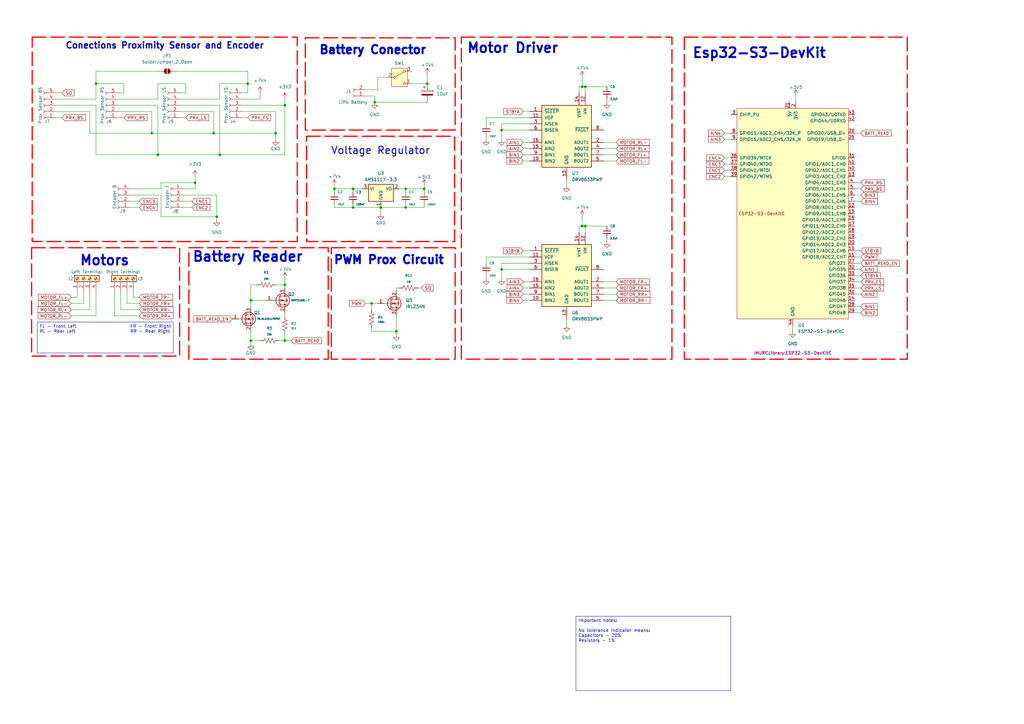
<source format=kicad_sch>
(kicad_sch (version 20250114) (generator "eeschema") (generator_version "9.0")
  (paper "A3")
  (title_block (title "IMU-RC Car") (date "2024-10-18") (rev "1.0") (company "ESTG-IPL"))
  (lib_symbols
    (symbol "Connector:Conn_01x02_Socket" (pin_names (offset 1.016) (hide yes))
      (property "Reference" "J" (at 0 2.54 0))
      (property "Value" "Conn_01x02_Socket" (at 0 -5.08 0))
      (symbol "Conn_01x02_Socket_1_1"
        (pin passive line (at -5.08 0 0) (length 3.81) (name "Pin_1") (number "1"))
        (pin passive line (at -5.08 -2.54 0) (length 3.81) (name "Pin_2") (number "2"))
      )
    )
    (symbol "Connector:Conn_01x04_Socket" (pin_names (offset 1.016) (hide yes))
      (property "Reference" "J" (at 0 5.08 0))
      (property "Value" "Conn_01x04_Socket" (at 0 -7.62 0))
      (symbol "Conn_01x04_Socket_1_1"
        (pin passive line (at -5.08 2.54 0) (length 3.81) (name "Pin_1") (number "1"))
        (pin passive line (at -5.08 0 0) (length 3.81) (name "Pin_2") (number "2"))
        (pin passive line (at -5.08 -2.54 0) (length 3.81) (name "Pin_3") (number "3"))
        (pin passive line (at -5.08 -5.08 0) (length 3.81) (name "Pin_4") (number "4"))
      )
    )
    (symbol "Connector:Conn_01x05_Socket" (pin_names (offset 1.016) (hide yes))
      (property "Reference" "J" (at 0 7.62 0))
      (property "Value" "Conn_01x05_Socket" (at 0 -7.62 0))
      (symbol "Conn_01x05_Socket_1_1"
        (pin passive line (at -5.08 5.08 0) (length 3.81) (name "Pin_1") (number "1"))
        (pin passive line (at -5.08 2.54 0) (length 3.81) (name "Pin_2") (number "2"))
        (pin passive line (at -5.08 0 0) (length 3.81) (name "Pin_3") (number "3"))
        (pin passive line (at -5.08 -2.54 0) (length 3.81) (name "Pin_4") (number "4"))
        (pin passive line (at -5.08 -5.08 0) (length 3.81) (name "Pin_5") (number "5"))
      )
    )
    (symbol "Connector:Screw_Terminal_01x04" (pin_names (offset 1.016) (hide yes))
      (property "Reference" "J" (at 0 5.08 0))
      (property "Value" "Screw_Terminal_01x04" (at 0 -7.62 0))
      (symbol "Screw_Terminal_01x04_1_1"
        (pin passive line (at -5.08 2.54 0) (length 3.81) (name "Pin_1") (number "1"))
        (pin passive line (at -5.08 0 0) (length 3.81) (name "Pin_2") (number "2"))
        (pin passive line (at -5.08 -2.54 0) (length 3.81) (name "Pin_3") (number "3"))
        (pin passive line (at -5.08 -5.08 0) (length 3.81) (name "Pin_4") (number "4"))
      )
    )
    (symbol "Device:C_Polarized" (pin_numbers (hide yes)) (pin_names (offset 0.254))
      (property "Reference" "C" (at 0.635 2.54 0))
      (property "Value" "C_Polarized" (at 0.635 -2.54 0))
      (symbol "C_Polarized_1_1"
        (pin passive line (at 0 3.81 270) (length 2.794) (name "~") (number "1"))
        (pin passive line (at 0 -3.81 90) (length 2.794) (name "~") (number "2"))
      )
    )
    (symbol "Device:C_Small" (pin_numbers (hide yes)) (pin_names (offset 0.254) (hide yes))
      (property "Reference" "C" (at 0.254 1.778 0))
      (property "Value" "C_Small" (at 0.254 -2.032 0))
      (symbol "C_Small_1_1"
        (pin passive line (at 0 2.54 270) (length 2.032) (name "~") (number "1"))
        (pin passive line (at 0 -2.54 90) (length 2.032) (name "~") (number "2"))
      )
    )
    (symbol "Device:R_US" (pin_numbers (hide yes)) (pin_names (offset 0))
      (property "Reference" "R" (at 2.54 0 90))
      (property "Value" "R_US" (at -2.54 0 90))
      (symbol "R_US_1_1"
        (pin passive line (at 0 3.81 270) (length 1.27) (name "~") (number "1"))
        (pin passive line (at 0 -3.81 90) (length 1.27) (name "~") (number "2"))
      )
    )
    (symbol "Driver_Motor:DRV8833PWP" (pin_names (offset 1.016))
      (property "Reference" "U" (at -3.81 16.51 0))
      (property "Value" "DRV8833PWP" (at -3.81 13.97 0))
      (symbol "DRV8833PWP_1_1"
        (pin input line (at -15.24 10.16 0) (length 5.08) (name "~{SLEEP}") (number "1"))
        (pin bidirectional line (at -15.24 7.62 0) (length 5.08) (name "VCP") (number "11"))
        (pin bidirectional line (at -15.24 5.08 0) (length 5.08) (name "AISEN") (number "3"))
        (pin bidirectional line (at -15.24 2.54 0) (length 5.08) (name "BISEN") (number "6"))
        (pin input line (at -15.24 -2.54 0) (length 5.08) (name "AIN1") (number "16"))
        (pin input line (at -15.24 -5.08 0) (length 5.08) (name "AIN2") (number "15"))
        (pin input line (at -15.24 -7.62 0) (length 5.08) (name "BIN1") (number "9"))
        (pin input line (at -15.24 -10.16 0) (length 5.08) (name "BIN2") (number "10"))
        (pin power_in line (at 0 -17.78 90) (length 5.08) (name "GND") (number "13"))
        (pin passive line (at 0 -17.78 90) (length 5.08) (hide yes) (name "GND") (number "17"))
        (pin power_in line (at 5.08 17.78 270) (length 5.08) (name "VINT") (number "14"))
        (pin power_in line (at 7.62 17.78 270) (length 5.08) (name "VM") (number "12"))
        (pin open_collector line (at 15.24 2.54 180) (length 5.08) (name "~{FAULT}") (number "8"))
        (pin power_out line (at 15.24 -2.54 180) (length 5.08) (name "AOUT1") (number "2"))
        (pin power_out line (at 15.24 -5.08 180) (length 5.08) (name "AOUT2") (number "4"))
        (pin power_out line (at 15.24 -7.62 180) (length 5.08) (name "BOUT1") (number "7"))
        (pin power_out line (at 15.24 -10.16 180) (length 5.08) (name "BOUT2") (number "5"))
      )
    )
    (symbol "Jumper:SolderJumper_2_Open" (pin_numbers (hide yes)) (pin_names (offset 0) (hide yes)) (in_bom no)
      (property "Reference" "JP" (at 0 2.032 0))
      (property "Value" "SolderJumper_2_Open" (at 0 -2.54 0))
      (symbol "SolderJumper_2_Open_1_1"
        (pin passive line (at -3.81 0 0) (length 2.54) (name "A") (number "1"))
        (pin passive line (at 3.81 0 180) (length 2.54) (name "B") (number "2"))
      )
    )
    (symbol "PCM_Espressif:ESP32-S3-DevKitC" (pin_names (offset 1.016))
      (property "Reference" "U" (at -22.86 48.26 0))
      (property "Value" "ESP32-S3-DevKitC" (at -22.86 45.72 0))
      (symbol "ESP32-S3-DevKitC_0_0"
        (text "ESP32-S3-DevKitC" (at -12.7 0 0) (effects (font (size 1.27 1.27))))
        (pin bidirectional line (at -25.4 15.24 0) (length 2.54) (name "GPIO42/MTMS") (number "39"))
        (pin power_in line (at 0 -45.72 90) (length 2.54) (name "GND") (number "44"))
        (pin bidirectional line (at 25.4 40.64 180) (length 2.54) (name "GPIO43/U0TXD") (number "43"))
        (pin bidirectional line (at 25.4 38.1 180) (length 2.54) (name "GPIO44/U0RXD") (number "42"))
        (pin bidirectional line (at 25.4 20.32 180) (length 2.54) (name "GPIO1/ADC1_CH0") (number "41"))
        (pin bidirectional line (at 25.4 17.78 180) (length 2.54) (name "GPIO2/ADC1_CH1") (number "40"))
        (pin bidirectional line (at 25.4 -10.16 180) (length 2.54) (name "GPIO13/ADC2_CH2") (number "19"))
        (pin bidirectional line (at 25.4 -35.56 180) (length 2.54) (name "GPIO46") (number "14"))
      )
      (symbol "ESP32-S3-DevKitC_0_1"
        (pin power_in line (at 1.27 45.72 270) (length 2.54) (name "3V3") (number "2"))
      )
      (symbol "ESP32-S3-DevKitC_1_1"
        (pin input line (at -25.4 40.64 0) (length 2.54) (name "CHIP_PU") (number "3"))
        (pin bidirectional line (at -25.4 33.02 0) (length 2.54) (name "GPIO15/ADC2_CH4/32K_P") (number "8"))
        (pin bidirectional line (at -25.4 30.48 0) (length 2.54) (name "GPIO16/ADC2_CH5/32K_N") (number "9"))
        (pin bidirectional line (at -25.4 22.86 0) (length 2.54) (name "GPIO39/MTCK") (number "36"))
        (pin bidirectional line (at -25.4 20.32 0) (length 2.54) (name "GPIO40/MTDO") (number "37"))
        (pin bidirectional line (at -25.4 17.78 0) (length 2.54) (name "GPIO41/MTDI") (number "38"))
        (pin power_in line (at -1.27 45.72 270) (length 2.54) (name "5V") (number "21"))
        (pin passive line (at 0 -45.72 90) (length 2.54) (hide yes) (name "GND") (number "22"))
        (pin passive line (at 0 -45.72 90) (length 2.54) (hide yes) (name "GND") (number "23"))
        (pin passive line (at 0 -45.72 90) (length 2.54) (hide yes) (name "GND") (number "24"))
        (pin passive line (at 1.27 45.72 270) (length 2.54) (hide yes) (name "3V3") (number "1"))
        (pin bidirectional line (at 25.4 33.02 180) (length 2.54) (name "GPIO20/USB_D+") (number "26"))
        (pin bidirectional line (at 25.4 30.48 180) (length 2.54) (name "GPIO19/USB_D-") (number "25"))
        (pin bidirectional line (at 25.4 22.86 180) (length 2.54) (name "GPIO0") (number "31"))
        (pin bidirectional line (at 25.4 15.24 180) (length 2.54) (name "GPIO3/ADC1_CH2") (number "13"))
        (pin bidirectional line (at 25.4 12.7 180) (length 2.54) (name "GPIO4/ADC1_CH3") (number "4"))
        (pin bidirectional line (at 25.4 10.16 180) (length 2.54) (name "GPIO5/ADC1_CH4") (number "5"))
        (pin bidirectional line (at 25.4 7.62 180) (length 2.54) (name "GPIO6/ADC1_CH5") (number "6"))
        (pin bidirectional line (at 25.4 5.08 180) (length 2.54) (name "GPIO7/ADC1_CH6") (number "7"))
        (pin bidirectional line (at 25.4 2.54 180) (length 2.54) (name "GPIO8/ADC1_CH7") (number "12"))
        (pin bidirectional line (at 25.4 0 180) (length 2.54) (name "GPIO9/ADC1_CH8") (number "15"))
        (pin bidirectional line (at 25.4 -2.54 180) (length 2.54) (name "GPIO10/ADC1_CH9") (number "16"))
        (pin bidirectional line (at 25.4 -5.08 180) (length 2.54) (name "GPIO11/ADC2_CH0") (number "17"))
        (pin bidirectional line (at 25.4 -7.62 180) (length 2.54) (name "GPIO12/ADC2_CH1") (number "18"))
        (pin bidirectional line (at 25.4 -12.7 180) (length 2.54) (name "GPIO14/ADC2_CH3") (number "20"))
        (pin bidirectional line (at 25.4 -15.24 180) (length 2.54) (name "GPIO17/ADC2_CH6") (number "10"))
        (pin bidirectional line (at 25.4 -17.78 180) (length 2.54) (name "GPIO18/ADC2_CH7") (number "11"))
        (pin bidirectional line (at 25.4 -20.32 180) (length 2.54) (name "GPIO21") (number "27"))
        (pin bidirectional line (at 25.4 -22.86 180) (length 2.54) (name "GPIO35") (number "32"))
        (pin bidirectional line (at 25.4 -25.4 180) (length 2.54) (name "GPIO36") (number "33"))
        (pin bidirectional line (at 25.4 -27.94 180) (length 2.54) (name "GPIO37") (number "34"))
        (pin bidirectional line (at 25.4 -30.48 180) (length 2.54) (name "GPIO38") (number "35"))
        (pin bidirectional line (at 25.4 -33.02 180) (length 2.54) (name "GPIO45") (number "30"))
        (pin bidirectional line (at 25.4 -38.1 180) (length 2.54) (name "GPIO47") (number "28"))
        (pin bidirectional line (at 25.4 -40.64 180) (length 2.54) (name "GPIO48") (number "29"))
      )
    )
    (symbol "Regulator_Linear:AMS1117-3.3"
      (property "Reference" "U" (at -3.81 3.175 0))
      (property "Value" "AMS1117-3.3" (at 0 3.175 0))
      (symbol "AMS1117-3.3_1_1"
        (pin power_in line (at -7.62 0 0) (length 2.54) (name "VI") (number "3"))
        (pin power_in line (at 0 -7.62 90) (length 2.54) (name "GND") (number "1"))
        (pin power_out line (at 7.62 0 180) (length 2.54) (name "VO") (number "2"))
      )
    )
    (symbol "Switch:SW_Nidec_CAS-120A1" (pin_names (offset 1) (hide yes))
      (property "Reference" "SW" (at 0 4.318 0))
      (property "Value" "SW_Nidec_CAS-120A1" (at 0 -5.08 0))
      (symbol "SW_Nidec_CAS-120A1_1_1"
        (pin passive line (at -5.08 0 0) (length 2.54) (name "B") (number "2"))
        (pin passive line (at 5.08 2.54 180) (length 2.54) (name "A") (number "3"))
        (pin passive line (at 5.08 -2.54 180) (length 2.54) (name "C") (number "1"))
      )
    )
    (symbol "Transistor_FET:AO3400A" (pin_names (hide yes))
      (property "Reference" "Q" (at 5.08 1.905 0))
      (property "Value" "AO3400A" (at 5.08 0 0))
      (symbol "AO3400A_1_1"
        (pin input line (at -5.08 0 0) (length 2.54) (name "G") (number "1"))
        (pin passive line (at 2.54 5.08 270) (length 2.54) (name "D") (number "3"))
        (pin passive line (at 2.54 -5.08 90) (length 2.54) (name "S") (number "2"))
      )
    )
    (symbol "Transistor_FET:AO3401A" (pin_names (hide yes))
      (property "Reference" "Q" (at 5.08 1.905 0))
      (property "Value" "AO3401A" (at 5.08 0 0))
      (symbol "AO3401A_1_1"
        (pin input line (at -5.08 0 0) (length 2.54) (name "G") (number "1"))
        (pin passive line (at 2.54 5.08 270) (length 2.54) (name "D") (number "3"))
        (pin passive line (at 2.54 -5.08 90) (length 2.54) (name "S") (number "2"))
      )
    )
    (symbol "Transistor_FET:IRLZ34N" (pin_names (hide yes))
      (property "Reference" "Q" (at 5.08 1.905 0))
      (property "Value" "IRLZ34N" (at 5.08 0 0))
      (symbol "IRLZ34N_1_1"
        (pin input line (at -5.08 0 0) (length 2.54) (name "G") (number "1"))
        (pin passive line (at 2.54 5.08 270) (length 2.54) (name "D") (number "2"))
        (pin passive line (at 2.54 -5.08 90) (length 2.54) (name "S") (number "3"))
      )
    )
    (symbol "power:+3V3" (power) (pin_numbers (hide yes)) (pin_names (offset 0) (hide yes))
      (property "Value" "+3V3" (at 0 3.556 0))
      (symbol "+3V3_1_1"
        (pin power_in line (at 0 0 90) (length 0) (name "~") (number "1"))
      )
    )
    (symbol "power:+BATT" (power) (pin_numbers (hide yes)) (pin_names (offset 0) (hide yes))
      (property "Value" "+BATT" (at 0 3.556 0))
      (symbol "+BATT_1_1"
        (pin power_in line (at 0 0 90) (length 0) (name "~") (number "1"))
      )
    )
    (symbol "power:GND" (power) (pin_numbers (hide yes)) (pin_names (offset 0) (hide yes))
      (property "Value" "GND" (at 0 -3.81 0))
      (symbol "GND_1_1"
        (pin power_in line (at 0 0 270) (length 0) (name "~") (number "1"))
      )
    )
  )
  (rectangle (start 77.47 101.6) (end 134.62 147.32) (stroke (width 0.508) (type dash) (color 255 0 0 1)))
  (rectangle (start 135.89 101.6) (end 186.69 147.32) (stroke (width 0.508) (type dash) (color 255 0 0 1)))
  (rectangle (start 125.222 15.494) (end 186.69 53.34) (stroke (width 0.508) (type dash) (color 255 0 0 1)))
  (rectangle (start 125.73 55.88) (end 186.436 99.06) (stroke (width 0.508) (type dash) (color 255 0 0 1)))
  (rectangle (start 12.954 101.6) (end 73.66 146.05) (stroke (width 0.508) (type dash) (color 255 0 0 1)))
  (rectangle (start 13.208 15.24) (end 121.92 99.06) (stroke (width 0.508) (type dash) (color 255 0 0 1)))
  (rectangle (start 189.23 15.24) (end 275.59 147.32) (stroke (width 0.508) (type dash) (color 255 0 0 1)))
  (rectangle (start 280.67 15.24) (end 372.11 147.32) (stroke (width 0.508) (type dash) (color 255 0 0 1)))
  (text "Voltage Regulator \n\n" (at 157.226 64.262 0) (effects (font (size 3 3) (thickness 0.375))))
  (text "Battery Conector" (at 152.908 20.574 0) (effects (font (size 3.429 3.429) (thickness 0.8) (bold yes))))
  (text "PWM Prox Circuit\n" (at 159.512 106.68 0) (effects (font (size 3.429 3.429) (thickness 0.8) (bold yes))))
  (text "Motor Driver\n" (at 210.312 19.812 0) (effects (font (size 4 4) (thickness 0.8) (bold yes))))
  (text "Conections Proximity Sensor and Encoder\n" (at 67.564 18.796 0) (effects (font (size 2.54 2.54) (thickness 0.508) (bold yes))))
  (text "Esp32-S3-DevKit" (at 311.404 21.844 0) (effects (font (size 4 4) (thickness 0.8) (bold yes))))
  (text "Motors" (at 42.926 106.934 0) (effects (font (size 4 4) (thickness 0.8) (bold yes))))
  (text "Battery Reader\n" (at 101.6 105.41 0) (effects (font (size 4 4) (thickness 0.8) (bold yes))))
  (text_box "Important notes:\n\nNo tolerance indicator means:\nCapacitors - 20%\nResistors - 1%" (at 236.22 252.73 0) (size 63.5 30.48) (margins 0.9525 0.9525 0.9525 0.9525) (effects (font (size 1.27 1.27) (thickness 0.1588)) (justify left top)))
  (text_box "FL - Front Left				  FR - Front Right\nRL - Rear Left				  RR - Rear Right" (at 15.24 132.08 0) (size 55.88 12.7) (margins 0.9525 0.9525 0.9525 0.9525) (effects (font (size 1.27 1.27) (thickness 0.1588)) (justify left top)))
  (junction (at 205.74 53.34))
  (junction (at 153.67 41.91))
  (junction (at 144.78 77.47))
  (junction (at 87.63 54.61))
  (junction (at 101.6 34.29))
  (junction (at 166.37 85.09))
  (junction (at 205.74 110.49))
  (junction (at 240.03 35.56))
  (junction (at 240.03 92.71))
  (junction (at 238.76 35.56))
  (junction (at 39.37 34.29))
  (junction (at 238.76 92.71))
  (junction (at 116.84 139.7))
  (junction (at 62.23 54.61))
  (junction (at 88.9 88.9))
  (junction (at 152.4 124.46))
  (junction (at 80.01 74.93))
  (junction (at 113.03 54.61))
  (junction (at 137.16 77.47))
  (junction (at 64.77 63.5))
  (junction (at 102.87 139.7))
  (junction (at 116.84 116.84))
  (junction (at 166.37 77.47))
  (junction (at 102.87 123.19))
  (junction (at 116.84 43.18))
  (junction (at 90.17 63.5))
  (junction (at 162.56 135.89))
  (junction (at 156.21 85.09))
  (junction (at 175.26 34.29))
  (junction (at 173.99 77.47))
  (junction (at 144.78 85.09))
  (wire (pts (xy 247.65 58.42) (xy 252.73 58.42)))
  (wire (pts (xy 99.06 43.18) (xy 116.84 43.18)))
  (wire (pts (xy 78.74 82.55) (xy 74.93 82.55)))
  (wire (pts (xy 149.86 124.46) (xy 152.4 124.46)))
  (wire (pts (xy 106.68 40.64) (xy 99.06 40.64)))
  (wire (pts (xy 247.65 115.57) (xy 252.73 115.57)))
  (wire (pts (xy 152.4 135.89) (xy 162.56 135.89)))
  (wire (pts (xy 171.45 118.11) (xy 172.72 118.11)))
  (wire (pts (xy 29.21 129.54) (xy 39.37 129.54)))
  (wire (pts (xy 205.74 53.34) (xy 205.74 57.15)))
  (wire (pts (xy 137.16 77.47) (xy 144.78 77.47)))
  (wire (pts (xy 62.23 45.72) (xy 62.23 54.61)))
  (wire (pts (xy 205.74 50.8) (xy 205.74 53.34)))
  (wire (pts (xy 64.77 40.64) (xy 48.26 40.64)))
  (wire (pts (xy 214.63 66.04) (xy 217.17 66.04)))
  (wire (pts (xy 350.52 118.11) (xy 353.06 118.11)))
  (wire (pts (xy 80.01 77.47) (xy 74.93 77.47)))
  (wire (pts (xy 238.76 88.9) (xy 238.76 92.71)))
  (wire (pts (xy 57.15 127) (xy 49.53 127)))
  (wire (pts (xy 248.92 40.64) (xy 248.92 41.91)))
  (wire (pts (xy 350.52 102.87) (xy 353.06 102.87)))
  (wire (pts (xy 87.63 45.72) (xy 87.63 54.61)))
  (wire (pts (xy 297.18 64.77) (xy 299.72 64.77)))
  (wire (pts (xy 199.39 105.41) (xy 199.39 107.95)))
  (wire (pts (xy 214.63 102.87) (xy 217.17 102.87)))
  (wire (pts (xy 350.52 105.41) (xy 353.06 105.41)))
  (wire (pts (xy 39.37 40.64) (xy 22.86 40.64)))
  (wire (pts (xy 247.65 63.5) (xy 252.73 63.5)))
  (wire (pts (xy 87.63 45.72) (xy 73.66 45.72)))
  (wire (pts (xy 22.86 38.1) (xy 25.4 38.1)))
  (wire (pts (xy 88.9 90.17) (xy 88.9 88.9)))
  (wire (pts (xy 113.03 57.15) (xy 113.03 54.61)))
  (wire (pts (xy 297.18 54.61) (xy 299.72 54.61)))
  (wire (pts (xy 156.21 85.09) (xy 156.21 87.63)))
  (wire (pts (xy 162.56 118.11) (xy 162.56 119.38)))
  (wire (pts (xy 350.52 115.57) (xy 353.06 115.57)))
  (wire (pts (xy 350.52 77.47) (xy 353.06 77.47)))
  (wire (pts (xy 39.37 119.38) (xy 39.37 129.54)))
  (wire (pts (xy 173.99 85.09) (xy 173.99 83.82)))
  (wire (pts (xy 90.17 40.64) (xy 73.66 40.64)))
  (wire (pts (xy 205.74 53.34) (xy 217.17 53.34)))
  (wire (pts (xy 57.15 82.55) (xy 53.34 82.55)))
  (wire (pts (xy 36.83 127) (xy 29.21 127)))
  (wire (pts (xy 137.16 77.47) (xy 137.16 78.74)))
  (wire (pts (xy 53.34 77.47) (xy 66.04 77.47)))
  (wire (pts (xy 54.61 121.92) (xy 54.61 119.38)))
  (wire (pts (xy 137.16 85.09) (xy 137.16 83.82)))
  (wire (pts (xy 52.07 124.46) (xy 57.15 124.46)))
  (wire (pts (xy 214.63 123.19) (xy 217.17 123.19)))
  (wire (pts (xy 199.39 48.26) (xy 199.39 50.8)))
  (wire (pts (xy 350.52 113.03) (xy 353.06 113.03)))
  (wire (pts (xy 149.86 36.83) (xy 154.94 36.83)))
  (wire (pts (xy 240.03 38.1) (xy 240.03 35.56)))
  (wire (pts (xy 101.6 34.29) (xy 90.17 34.29)))
  (wire (pts (xy 350.52 110.49) (xy 353.06 110.49)))
  (wire (pts (xy 144.78 77.47) (xy 144.78 78.74)))
  (wire (pts (xy 326.39 39.37) (xy 326.39 41.91)))
  (wire (pts (xy 102.87 125.73) (xy 102.87 123.19)))
  (wire (pts (xy 102.87 135.89) (xy 102.87 139.7)))
  (wire (pts (xy 154.94 36.83) (xy 154.94 31.75)))
  (wire (pts (xy 163.83 77.47) (xy 166.37 77.47)))
  (wire (pts (xy 238.76 31.75) (xy 238.76 35.56)))
  (wire (pts (xy 144.78 85.09) (xy 156.21 85.09)))
  (wire (pts (xy 199.39 55.88) (xy 199.39 57.15)))
  (wire (pts (xy 240.03 92.71) (xy 238.76 92.71)))
  (wire (pts (xy 101.6 34.29) (xy 101.6 29.21)))
  (wire (pts (xy 102.87 139.7) (xy 102.87 140.97)))
  (wire (pts (xy 88.9 88.9) (xy 88.9 80.01)))
  (wire (pts (xy 325.12 133.35) (xy 325.12 135.89)))
  (wire (pts (xy 76.2 38.1) (xy 76.2 34.29)))
  (wire (pts (xy 101.6 38.1) (xy 101.6 34.29)))
  (wire (pts (xy 48.26 43.18) (xy 64.77 43.18)))
  (wire (pts (xy 102.87 116.84) (xy 102.87 123.19)))
  (wire (pts (xy 73.66 48.26) (xy 76.2 48.26)))
  (wire (pts (xy 22.86 48.26) (xy 25.4 48.26)))
  (wire (pts (xy 99.06 38.1) (xy 101.6 38.1)))
  (wire (pts (xy 237.49 92.71) (xy 238.76 92.71)))
  (wire (pts (xy 214.63 118.11) (xy 217.17 118.11)))
  (wire (pts (xy 101.6 29.21) (xy 72.39 29.21)))
  (wire (pts (xy 166.37 85.09) (xy 166.37 83.82)))
  (wire (pts (xy 66.04 80.01) (xy 66.04 88.9)))
  (wire (pts (xy 50.8 34.29) (xy 39.37 34.29)))
  (wire (pts (xy 152.4 124.46) (xy 152.4 127)))
  (wire (pts (xy 102.87 139.7) (xy 106.68 139.7)))
  (wire (pts (xy 350.52 80.01) (xy 353.06 80.01)))
  (wire (pts (xy 116.84 43.18) (xy 116.84 63.5)))
  (wire (pts (xy 66.04 77.47) (xy 66.04 74.93)))
  (wire (pts (xy 46.99 119.38) (xy 46.99 129.54)))
  (wire (pts (xy 175.26 30.48) (xy 175.26 34.29)))
  (wire (pts (xy 149.86 39.37) (xy 153.67 39.37)))
  (wire (pts (xy 248.92 97.79) (xy 248.92 99.06)))
  (wire (pts (xy 166.37 85.09) (xy 156.21 85.09)))
  (wire (pts (xy 102.87 123.19) (xy 109.22 123.19)))
  (wire (pts (xy 173.99 78.74) (xy 173.99 77.47)))
  (wire (pts (xy 105.41 116.84) (xy 102.87 116.84)))
  (wire (pts (xy 113.03 116.84) (xy 116.84 116.84)))
  (wire (pts (xy 64.77 34.29) (xy 64.77 40.64)))
  (wire (pts (xy 162.56 129.54) (xy 162.56 135.89)))
  (wire (pts (xy 52.07 119.38) (xy 52.07 124.46)))
  (wire (pts (xy 78.74 85.09) (xy 74.93 85.09)))
  (wire (pts (xy 48.26 48.26) (xy 50.8 48.26)))
  (wire (pts (xy 99.06 48.26) (xy 101.6 48.26)))
  (wire (pts (xy 116.84 40.64) (xy 116.84 43.18)))
  (wire (pts (xy 36.83 54.61) (xy 36.83 45.72)))
  (wire (pts (xy 50.8 38.1) (xy 50.8 34.29)))
  (wire (pts (xy 232.41 73.66) (xy 232.41 76.2)))
  (wire (pts (xy 57.15 121.92) (xy 54.61 121.92)))
  (wire (pts (xy 90.17 43.18) (xy 90.17 63.5)))
  (wire (pts (xy 39.37 63.5) (xy 64.77 63.5)))
  (wire (pts (xy 350.52 54.61) (xy 353.06 54.61)))
  (wire (pts (xy 247.65 66.04) (xy 252.73 66.04)))
  (wire (pts (xy 153.67 39.37) (xy 153.67 41.91)))
  (wire (pts (xy 80.01 72.39) (xy 80.01 74.93)))
  (wire (pts (xy 62.23 45.72) (xy 48.26 45.72)))
  (wire (pts (xy 247.65 120.65) (xy 252.73 120.65)))
  (wire (pts (xy 87.63 54.61) (xy 62.23 54.61)))
  (wire (pts (xy 166.37 77.47) (xy 173.99 77.47)))
  (wire (pts (xy 113.03 45.72) (xy 99.06 45.72)))
  (wire (pts (xy 36.83 54.61) (xy 62.23 54.61)))
  (wire (pts (xy 73.66 38.1) (xy 76.2 38.1)))
  (wire (pts (xy 154.94 31.75) (xy 158.75 31.75)))
  (wire (pts (xy 162.56 118.11) (xy 163.83 118.11)))
  (wire (pts (xy 73.66 43.18) (xy 90.17 43.18)))
  (wire (pts (xy 144.78 77.47) (xy 148.59 77.47)))
  (wire (pts (xy 39.37 43.18) (xy 39.37 63.5)))
  (wire (pts (xy 116.84 139.7) (xy 119.38 139.7)))
  (wire (pts (xy 90.17 63.5) (xy 116.84 63.5)))
  (wire (pts (xy 76.2 34.29) (xy 64.77 34.29)))
  (wire (pts (xy 166.37 85.09) (xy 173.99 85.09)))
  (wire (pts (xy 217.17 107.95) (xy 205.74 107.95)))
  (wire (pts (xy 53.34 80.01) (xy 66.04 80.01)))
  (wire (pts (xy 64.77 43.18) (xy 64.77 63.5)))
  (wire (pts (xy 217.17 48.26) (xy 199.39 48.26)))
  (wire (pts (xy 237.49 95.25) (xy 237.49 92.71)))
  (wire (pts (xy 247.65 60.96) (xy 252.73 60.96)))
  (wire (pts (xy 64.77 63.5) (xy 90.17 63.5)))
  (wire (pts (xy 297.18 57.15) (xy 299.72 57.15)))
  (wire (pts (xy 240.03 95.25) (xy 240.03 92.71)))
  (wire (pts (xy 162.56 135.89) (xy 162.56 137.16)))
  (wire (pts (xy 49.53 127) (xy 49.53 119.38)))
  (wire (pts (xy 214.63 115.57) (xy 217.17 115.57)))
  (wire (pts (xy 116.84 128.27) (xy 116.84 129.54)))
  (wire (pts (xy 237.49 38.1) (xy 237.49 35.56)))
  (wire (pts (xy 116.84 114.3) (xy 116.84 116.84)))
  (wire (pts (xy 217.17 105.41) (xy 199.39 105.41)))
  (wire (pts (xy 350.52 125.73) (xy 353.06 125.73)))
  (wire (pts (xy 116.84 116.84) (xy 116.84 118.11)))
  (wire (pts (xy 66.04 74.93) (xy 80.01 74.93)))
  (wire (pts (xy 297.18 69.85) (xy 299.72 69.85)))
  (wire (pts (xy 106.68 38.1) (xy 106.68 40.64)))
  (wire (pts (xy 152.4 134.62) (xy 152.4 135.89)))
  (wire (pts (xy 66.04 88.9) (xy 88.9 88.9)))
  (wire (pts (xy 74.93 80.01) (xy 88.9 80.01)))
  (wire (pts (xy 36.83 119.38) (xy 36.83 127)))
  (wire (pts (xy 214.63 45.72) (xy 217.17 45.72)))
  (wire (pts (xy 144.78 85.09) (xy 144.78 83.82)))
  (wire (pts (xy 214.63 58.42) (xy 217.17 58.42)))
  (wire (pts (xy 113.03 45.72) (xy 113.03 54.61)))
  (wire (pts (xy 153.67 41.91) (xy 175.26 41.91)))
  (wire (pts (xy 166.37 78.74) (xy 166.37 77.47)))
  (wire (pts (xy 116.84 139.7) (xy 116.84 137.16)))
  (wire (pts (xy 137.16 85.09) (xy 144.78 85.09)))
  (wire (pts (xy 237.49 35.56) (xy 238.76 35.56)))
  (wire (pts (xy 240.03 35.56) (xy 238.76 35.56)))
  (wire (pts (xy 248.92 35.56) (xy 240.03 35.56)))
  (wire (pts (xy 205.74 107.95) (xy 205.74 110.49)))
  (wire (pts (xy 90.17 34.29) (xy 90.17 40.64)))
  (wire (pts (xy 247.65 123.19) (xy 252.73 123.19)))
  (wire (pts (xy 205.74 110.49) (xy 205.74 114.3)))
  (wire (pts (xy 113.03 54.61) (xy 87.63 54.61)))
  (wire (pts (xy 232.41 130.81) (xy 232.41 133.35)))
  (wire (pts (xy 36.83 45.72) (xy 22.86 45.72)))
  (wire (pts (xy 34.29 119.38) (xy 34.29 124.46)))
  (wire (pts (xy 199.39 113.03) (xy 199.39 114.3)))
  (wire (pts (xy 39.37 29.21) (xy 64.77 29.21)))
  (wire (pts (xy 80.01 74.93) (xy 80.01 77.47)))
  (wire (pts (xy 137.16 76.2) (xy 137.16 77.47)))
  (wire (pts (xy 168.91 34.29) (xy 175.26 34.29)))
  (wire (pts (xy 297.18 67.31) (xy 299.72 67.31)))
  (wire (pts (xy 350.52 107.95) (xy 353.06 107.95)))
  (wire (pts (xy 22.86 43.18) (xy 39.37 43.18)))
  (wire (pts (xy 248.92 92.71) (xy 240.03 92.71)))
  (wire (pts (xy 350.52 128.27) (xy 353.06 128.27)))
  (wire (pts (xy 29.21 124.46) (xy 34.29 124.46)))
  (wire (pts (xy 214.63 120.65) (xy 217.17 120.65)))
  (wire (pts (xy 39.37 34.29) (xy 39.37 40.64)))
  (wire (pts (xy 29.21 121.92) (xy 31.75 121.92)))
  (wire (pts (xy 46.99 129.54) (xy 57.15 129.54)))
  (wire (pts (xy 114.3 139.7) (xy 116.84 139.7)))
  (wire (pts (xy 350.52 82.55) (xy 353.06 82.55)))
  (wire (pts (xy 297.18 72.39) (xy 299.72 72.39)))
  (wire (pts (xy 48.26 38.1) (xy 50.8 38.1)))
  (wire (pts (xy 152.4 124.46) (xy 154.94 124.46)))
  (wire (pts (xy 31.75 119.38) (xy 31.75 121.92)))
  (wire (pts (xy 217.17 50.8) (xy 205.74 50.8)))
  (wire (pts (xy 350.52 74.93) (xy 353.06 74.93)))
  (wire (pts (xy 214.63 60.96) (xy 217.17 60.96)))
  (wire (pts (xy 350.52 120.65) (xy 353.06 120.65)))
  (wire (pts (xy 173.99 76.2) (xy 173.99 77.47)))
  (wire (pts (xy 39.37 34.29) (xy 39.37 29.21)))
  (wire (pts (xy 247.65 118.11) (xy 252.73 118.11)))
  (wire (pts (xy 205.74 110.49) (xy 217.17 110.49)))
  (wire (pts (xy 57.15 85.09) (xy 53.34 85.09)))
  (wire (pts (xy 214.63 63.5) (xy 217.17 63.5)))
  (global_label "AIN4" (shape input) (at 214.63 118.11 180) (property "Intersheetrefs" "${INTERSHEET_REFS}" (effects (hide yes))))
  (global_label "STBYA" (shape input) (at 353.06 113.03 0) (property "Intersheetrefs" "${INTERSHEET_REFS}" (effects (hide yes))))
  (global_label "MOTOR_RR-" (shape input) (at 57.15 127 0) (property "Intersheetrefs" "${INTERSHEET_REFS}" (effects (hide yes))))
  (global_label "MOTOR_RL-" (shape input) (at 252.73 58.42 0) (property "Intersheetrefs" "${INTERSHEET_REFS}" (effects (hide yes))))
  (global_label "BIN1" (shape input) (at 214.63 63.5 180) (property "Intersheetrefs" "${INTERSHEET_REFS}" (effects (hide yes))))
  (global_label "MOTOR_FL-" (shape input) (at 252.73 66.04 0) (property "Intersheetrefs" "${INTERSHEET_REFS}" (effects (hide yes))))
  (global_label "AIN3" (shape input) (at 297.18 57.15 180) (property "Intersheetrefs" "${INTERSHEET_REFS}" (effects (hide yes))))
  (global_label "AIN2" (shape input) (at 353.06 120.65 0) (property "Intersheetrefs" "${INTERSHEET_REFS}" (effects (hide yes))))
  (global_label "BIN3" (shape input) (at 353.06 80.01 0) (property "Intersheetrefs" "${INTERSHEET_REFS}" (effects (hide yes))))
  (global_label "PRX_RS" (shape input) (at 50.8 48.26 0) (property "Intersheetrefs" "${INTERSHEET_REFS}" (effects (hide yes))))
  (global_label "ENC4" (shape input) (at 297.18 64.77 180) (property "Intersheetrefs" "${INTERSHEET_REFS}" (effects (hide yes))))
  (global_label "SO" (shape input) (at 172.72 118.11 0) (property "Intersheetrefs" "${INTERSHEET_REFS}" (effects (hide yes))))
  (global_label "AIN3" (shape input) (at 214.63 115.57 180) (property "Intersheetrefs" "${INTERSHEET_REFS}" (effects (hide yes))))
  (global_label "MOTOR_RR+" (shape input) (at 252.73 120.65 0) (property "Intersheetrefs" "${INTERSHEET_REFS}" (effects (hide yes))))
  (global_label "PWM" (shape input) (at 149.86 124.46 180) (property "Intersheetrefs" "${INTERSHEET_REFS}" (effects (hide yes))))
  (global_label "MOTOR_RL+" (shape input) (at 252.73 60.96 0) (property "Intersheetrefs" "${INTERSHEET_REFS}" (effects (hide yes))))
  (global_label "AIN1" (shape input) (at 214.63 58.42 180) (property "Intersheetrefs" "${INTERSHEET_REFS}" (effects (hide yes))))
  (global_label "BATT_READ" (shape input) (at 353.06 54.61 0) (property "Intersheetrefs" "${INTERSHEET_REFS}" (effects (hide yes))))
  (global_label "PRX_BS" (shape input) (at 353.06 77.47 0) (property "Intersheetrefs" "${INTERSHEET_REFS}" (effects (hide yes))))
  (global_label "MOTOR_RL-" (shape input) (at 29.21 129.54 180) (property "Intersheetrefs" "${INTERSHEET_REFS}" (effects (hide yes))))
  (global_label "MOTOR_FR-" (shape input) (at 252.73 115.57 0) (property "Intersheetrefs" "${INTERSHEET_REFS}" (effects (hide yes))))
  (global_label "PRX_LS" (shape input) (at 353.06 118.11 0) (property "Intersheetrefs" "${INTERSHEET_REFS}" (effects (hide yes))))
  (global_label "PRX_LS" (shape input) (at 76.2 48.26 0) (property "Intersheetrefs" "${INTERSHEET_REFS}" (effects (hide yes))))
  (global_label "BIN1" (shape input) (at 353.06 125.73 0) (property "Intersheetrefs" "${INTERSHEET_REFS}" (effects (hide yes))))
  (global_label "BATT_READ" (shape input) (at 119.38 139.7 0) (property "Intersheetrefs" "${INTERSHEET_REFS}" (effects (hide yes))))
  (global_label "MOTOR_FL-" (shape input) (at 29.21 124.46 180) (property "Intersheetrefs" "${INTERSHEET_REFS}" (effects (hide yes))))
  (global_label "ENC3" (shape input) (at 297.18 67.31 180) (property "Intersheetrefs" "${INTERSHEET_REFS}" (effects (hide yes))))
  (global_label "AIN4" (shape input) (at 297.18 54.61 180) (property "Intersheetrefs" "${INTERSHEET_REFS}" (effects (hide yes))))
  (global_label "STBYA" (shape input) (at 214.63 45.72 180) (property "Intersheetrefs" "${INTERSHEET_REFS}" (effects (hide yes))))
  (global_label "BATT_READ_EN" (shape input) (at 353.06 107.95 0) (property "Intersheetrefs" "${INTERSHEET_REFS}" (effects (hide yes))))
  (global_label "AIN2" (shape input) (at 214.63 60.96 180) (property "Intersheetrefs" "${INTERSHEET_REFS}" (effects (hide yes))))
  (global_label "MOTOR_RR+" (shape input) (at 57.15 129.54 0) (property "Intersheetrefs" "${INTERSHEET_REFS}" (effects (hide yes))))
  (global_label "PRX_FS" (shape input) (at 353.06 115.57 0) (property "Intersheetrefs" "${INTERSHEET_REFS}" (effects (hide yes))))
  (global_label "PWM" (shape input) (at 353.06 105.41 0) (property "Intersheetrefs" "${INTERSHEET_REFS}" (effects (hide yes))))
  (global_label "MOTOR_FR+" (shape input) (at 252.73 118.11 0) (property "Intersheetrefs" "${INTERSHEET_REFS}" (effects (hide yes))))
  (global_label "AIN1" (shape input) (at 353.06 110.49 0) (property "Intersheetrefs" "${INTERSHEET_REFS}" (effects (hide yes))))
  (global_label "MOTOR_FR-" (shape input) (at 57.15 121.92 0) (property "Intersheetrefs" "${INTERSHEET_REFS}" (effects (hide yes))))
  (global_label "ENC3" (shape input) (at 57.15 82.55 0) (property "Intersheetrefs" "${INTERSHEET_REFS}" (effects (hide yes))))
  (global_label "PRX_BS" (shape input) (at 25.4 48.26 0) (property "Intersheetrefs" "${INTERSHEET_REFS}" (effects (hide yes))))
  (global_label "ENC1" (shape input) (at 78.74 82.55 0) (property "Intersheetrefs" "${INTERSHEET_REFS}" (effects (hide yes))))
  (global_label "BIN2" (shape input) (at 214.63 66.04 180) (property "Intersheetrefs" "${INTERSHEET_REFS}" (effects (hide yes))))
  (global_label "MOTOR_FL+" (shape input) (at 252.73 63.5 0) (property "Intersheetrefs" "${INTERSHEET_REFS}" (effects (hide yes))))
  (global_label "PRX_RS" (shape input) (at 353.06 74.93 0) (property "Intersheetrefs" "${INTERSHEET_REFS}" (effects (hide yes))))
  (global_label "BIN2" (shape input) (at 353.06 128.27 0) (property "Intersheetrefs" "${INTERSHEET_REFS}" (effects (hide yes))))
  (global_label "STBYB" (shape input) (at 214.63 102.87 180) (property "Intersheetrefs" "${INTERSHEET_REFS}" (effects (hide yes))))
  (global_label "MOTOR_RL+" (shape input) (at 29.21 127 180) (property "Intersheetrefs" "${INTERSHEET_REFS}" (effects (hide yes))))
  (global_label "ENC4" (shape input) (at 57.15 85.09 0) (property "Intersheetrefs" "${INTERSHEET_REFS}" (effects (hide yes))))
  (global_label "MOTOR_FR+" (shape input) (at 57.15 124.46 0) (property "Intersheetrefs" "${INTERSHEET_REFS}" (effects (hide yes))))
  (global_label "ENC1" (shape input) (at 297.18 69.85 180) (property "Intersheetrefs" "${INTERSHEET_REFS}" (effects (hide yes))))
  (global_label "PRX_FS" (shape input) (at 101.6 48.26 0) (property "Intersheetrefs" "${INTERSHEET_REFS}" (effects (hide yes))))
  (global_label "BATT_READ_EN" (shape input) (at 95.25 130.81 180) (property "Intersheetrefs" "${INTERSHEET_REFS}" (effects (hide yes))))
  (global_label "BIN3" (shape input) (at 214.63 120.65 180) (property "Intersheetrefs" "${INTERSHEET_REFS}" (effects (hide yes))))
  (global_label "MOTOR_FL+" (shape input) (at 29.21 121.92 180) (property "Intersheetrefs" "${INTERSHEET_REFS}" (effects (hide yes))))
  (global_label "ENC2" (shape input) (at 297.18 72.39 180) (property "Intersheetrefs" "${INTERSHEET_REFS}" (effects (hide yes))))
  (global_label "ENC2" (shape input) (at 78.74 85.09 0) (property "Intersheetrefs" "${INTERSHEET_REFS}" (effects (hide yes))))
  (global_label "MOTOR_RR-" (shape input) (at 252.73 123.19 0) (property "Intersheetrefs" "${INTERSHEET_REFS}" (effects (hide yes))))
  (global_label "BIN4" (shape input) (at 214.63 123.19 180) (property "Intersheetrefs" "${INTERSHEET_REFS}" (effects (hide yes))))
  (global_label "BIN4" (shape input) (at 353.06 82.55 0) (property "Intersheetrefs" "${INTERSHEET_REFS}" (effects (hide yes))))
  (global_label "SO" (shape input) (at 25.4 38.1 0) (property "Intersheetrefs" "${INTERSHEET_REFS}" (effects (hide yes))))
  (global_label "STBYB" (shape input) (at 353.06 102.87 0) (property "Intersheetrefs" "${INTERSHEET_REFS}" (effects (hide yes))))
  (symbol (lib_id "Driver_Motor:DRV8833PWP") (at 232.41 55.88 0) (unit 1)
    (property "Reference" "U7" (at 234.5533 71.12 0) (effects (justify left)))
    (property "Value" "DRV8833PWP" (at 234.5533 73.66 0) (effects (justify left)))
    (property "Footprint" "Package_SO:HTSSOP-16-1EP_4.4x5mm_P0.65mm_EP3.4x5mm_Mask2.46x2.31mm_ThermalVias" (effects (hide yes)))
    (property "Datasheet" "http://www.ti.com/lit/ds/symlink/drv8833.pdf" (effects (hide yes)))
    (property "Description" "Dual H-Bridge Motor Driver, HTSSOP-16" (effects (hide yes)))
  )
  (symbol (lib_id "Connector:Conn_01x05_Socket") (at 68.58 43.18 180) (unit 1)
    (property "Reference" "J5" (at 70.104 49.784 0))
    (property "Value" "Prox Sensor LS" (at 67.31 43.18 90))
    (property "Footprint" "IMURCLibrary:JST_PH_S5B-PH-SM4-TB_1x05-1MP_P2.00mm_Horizontal" (effects (hide yes)))
    (property "Description" "Generic connector, single row, 01x05, script generated" (effects (hide yes)))
    (property "Sim.Library" ".\\" (effects (hide yes)))
  )
  (symbol (lib_id "power:GND") (at 88.9 90.17 0) (unit 1)
    (property "Reference" "#PWR012" (effects (hide yes)))
    (property "Value" "GND" (at 88.9 95.25 0))
    (property "Description" "Power symbol creates a global label with name \"GND\" , ground" (effects (hide yes)))
  )
  (symbol (lib_id "Device:R_US") (at 110.49 139.7 270) (unit 1)
    (property "Reference" "R3" (at 110.49 134.62 90) (effects (font (size 1 1))))
    (property "Value" "33k" (at 110.49 137.16 90) (effects (font (size 0.75 0.75))))
    (property "Footprint" "Resistor_SMD:R_0805_2012Metric" (effects (hide yes)))
  )
  (symbol (lib_id "power:GND") (at 248.92 41.91 0) (unit 1)
    (property "Reference" "#PWR023" (effects (hide yes)))
    (property "Value" "GND" (at 248.92 46.99 0))
    (property "Description" "Power symbol creates a global label with name \"GND\" , ground" (effects (hide yes)))
  )
  (symbol (lib_id "Driver_Motor:DRV8833PWP") (at 232.41 113.03 0) (unit 1)
    (property "Reference" "U6" (at 234.5533 128.27 0) (effects (justify left)))
    (property "Value" "DRV8833PWP" (at 234.5533 130.81 0) (effects (justify left)))
    (property "Footprint" "Package_SO:HTSSOP-16-1EP_4.4x5mm_P0.65mm_EP3.4x5mm_Mask2.46x2.31mm_ThermalVias" (effects (hide yes)))
    (property "Datasheet" "http://www.ti.com/lit/ds/symlink/drv8833.pdf" (effects (hide yes)))
    (property "Description" "Dual H-Bridge Motor Driver, HTSSOP-16" (effects (hide yes)))
  )
  (symbol (lib_id "Device:R_US") (at 109.22 116.84 90) (unit 1)
    (property "Reference" "R1" (at 109.22 111.76 90) (effects (font (size 1 1))))
    (property "Value" "10k" (at 109.22 114.3 90) (effects (font (size 0.75 0.75))))
    (property "Footprint" "Resistor_SMD:R_0805_2012Metric" (effects (hide yes)))
  )
  (symbol (lib_id "Connector:Screw_Terminal_01x04") (at 34.29 114.3 90) (unit 1)
    (property "Reference" "J2" (at 28.956 114.3 90))
    (property "Value" "Left Terminal" (at 35.56 111.506 90))
    (property "Footprint" "IMURCLibrary:TerminalBlock_Xinya_XY308-2.54-4P_1x04_P2.54mm_Horizontal" (effects (hide yes)))
    (property "Description" "Generic screw terminal, single row, 01x04, script generated (kicad-library-utils/schlib/autogen/connector/)" (effects (hide yes)))
  )
  (symbol (lib_id "Device:C_Small") (at 199.39 110.49 0) (unit 1)
    (property "Reference" "C9" (at 200.66 107.95 0) (effects (font (size 1 1)) (justify left)))
    (property "Value" "10nF" (at 200.66 113.03 0) (effects (font (size 0.75 0.75)) (justify left)))
    (property "Footprint" "Capacitor_SMD:C_0805_2012Metric" (effects (hide yes)))
  )
  (symbol (lib_id "Device:C_Small") (at 173.99 81.28 0) (unit 1)
    (property "Reference" "C5" (at 175.26 78.74 0) (effects (font (size 1 1)) (justify left)))
    (property "Value" "100nF" (at 175.26 83.82 0) (effects (font (size 0.75 0.75)) (justify left)))
    (property "Footprint" "Capacitor_SMD:C_0805_2012Metric" (effects (hide yes)))
  )
  (symbol (lib_id "power:+3V3") (at 106.68 38.1 0) (unit 1)
    (property "Reference" "#PWR032" (effects (hide yes)))
    (property "Value" "+7V4" (at 106.68 33.02 0))
    (property "Description" "Power symbol creates a global label with name \"+3V3\"" (effects (hide yes)))
  )
  (symbol (lib_id "Connector:Conn_01x02_Socket") (at 144.78 39.37 180) (unit 1)
    (property "Reference" "J1" (at 143.002 37.592 0))
    (property "Value" "LiPo Battery" (at 144.78 41.91 0))
    (property "Footprint" "TerminalBlock:TerminalBlock_MaiXu_MX126-5.0-02P_1x02_P5.00mm" (effects (hide yes)))
    (property "Description" "Generic connector, single row, 01x02, script generated" (effects (hide yes)))
  )
  (symbol (lib_id "Device:C_Small") (at 137.16 81.28 0) (unit 1)
    (property "Reference" "C2" (at 138.43 78.74 0) (effects (font (size 1 1)) (justify left)))
    (property "Value" "10uF" (at 138.43 83.82 0) (effects (font (size 0.75 0.75)) (justify left)))
    (property "Footprint" "Capacitor_SMD:C_0805_2012Metric" (effects (hide yes)))
  )
  (symbol (lib_id "Connector:Screw_Terminal_01x04") (at 49.53 114.3 90) (unit 1)
    (property "Reference" "J3" (at 57.404 114.3 90))
    (property "Value" "Right Terminal" (at 50.546 111.506 90))
    (property "Footprint" "IMURCLibrary:TerminalBlock_Xinya_XY308-2.54-4P_1x04_P2.54mm_Horizontal" (effects (hide yes)))
    (property "Description" "Generic screw terminal, single row, 01x04, script generated (kicad-library-utils/schlib/autogen/connector/)" (effects (hide yes)))
  )
  (symbol (lib_id "power:+BATT") (at 137.16 76.2 0) (unit 1)
    (property "Reference" "#PWR044" (effects (hide yes)))
    (property "Value" "+7V4" (at 134.62 72.39 0) (effects (justify left)))
    (property "Description" "Power symbol creates a global label with name \"+BATT\"" (effects (hide yes)))
  )
  (symbol (lib_id "Device:R_US") (at 152.4 130.81 0) (unit 1)
    (property "Reference" "R4" (at 154.94 130.175 0) (effects (font (size 1 1)) (justify left)))
    (property "Value" "100k" (at 154.94 132.0799 0) (effects (font (size 0.75 0.75)) (justify left)))
    (property "Footprint" "Resistor_SMD:R_0805_2012Metric" (effects (hide yes)))
  )
  (symbol (lib_id "Transistor_FET:AO3400A") (at 100.33 130.81 0) (unit 1)
    (property "Reference" "Q1" (at 104.14 128.27 0) (effects (justify left)))
    (property "Value" "IRLML6344TRPBF" (at 105.41 130.81 0) (effects (font (size 0.75 0.75)) (justify left)))
    (property "Footprint" "Package_TO_SOT_SMD:SOT-23" (effects (hide yes)))
    (property "Datasheet" "http://www.aosmd.com/pdfs/datasheet/AO3400A.pdf" (effects (hide yes)))
    (property "Description" "30V Vds, 5.7A Id, N-Channel MOSFET, SOT-23" (effects (hide yes)))
  )
  (symbol (lib_id "Connector:Conn_01x05_Socket") (at 93.98 43.18 180) (unit 1)
    (property "Reference" "J4" (at 95.504 49.784 0))
    (property "Value" "Prox Sensor FS" (at 92.71 43.18 90))
    (property "Footprint" "IMURCLibrary:JST_PH_S5B-PH-SM4-TB_1x05-1MP_P2.00mm_Horizontal" (effects (hide yes)))
    (property "Description" "Generic connector, single row, 01x05, script generated" (effects (hide yes)))
    (property "Sim.Library" ".\\" (effects (hide yes)))
  )
  (symbol (lib_id "Transistor_FET:IRLZ34N") (at 160.02 124.46 0) (unit 1)
    (property "Reference" "Q3" (at 166.37 123.1899 0) (effects (justify left)))
    (property "Value" "IRLZ34N" (at 166.37 125.7299 0) (effects (justify left)))
    (property "Footprint" "Package_TO_SOT_SMD:TO-263-3_TabPin2" (effects (hide yes)))
    (property "Datasheet" "http://www.infineon.com/dgdl/irlz34npbf.pdf?fileId=5546d462533600a40153567206892720" (effects (hide yes)))
    (property "Description" "30A Id, 55V Vds, 35mOhm Rds, N-Channel HEXFET Power MOSFET, TO-220AB" (effects (hide yes)))
  )
  (symbol (lib_id "power:+3V3") (at 116.84 40.64 0) (unit 1)
    (property "Reference" "#PWR029" (effects (hide yes)))
    (property "Value" "+3V3" (at 116.84 35.56 0))
    (property "Description" "Power symbol creates a global label with name \"+3V3\"" (effects (hide yes)))
  )
  (symbol (lib_id "Device:C_Polarized") (at 175.26 38.1 0) (unit 1)
    (property "Reference" "C1" (at 179.07 35.9409 0) (effects (justify left)))
    (property "Value" "10uF" (at 179.07 38.4809 0) (effects (justify left)))
    (property "Footprint" "Capacitor_SMD:CP_Elec_5x5.7" (effects (hide yes)))
    (property "Description" "Polarized capacitor" (effects (hide yes)))
  )
  (symbol (lib_id "power:GND") (at 162.56 137.16 0) (unit 1)
    (property "Reference" "#PWR02" (effects (hide yes)))
    (property "Value" "GND" (at 162.56 142.24 0))
    (property "Description" "Power symbol creates a global label with name \"GND\" , ground" (effects (hide yes)))
  )
  (symbol (lib_id "Device:C_Small") (at 144.78 81.28 0) (unit 1)
    (property "Reference" "C3" (at 146.05 78.74 0) (effects (font (size 1 1)) (justify left)))
    (property "Value" "100nF" (at 146.05 83.82 0) (effects (font (size 0.75 0.75)) (justify left)))
    (property "Footprint" "Capacitor_SMD:C_0805_2012Metric" (effects (hide yes)))
  )
  (symbol (lib_id "Connector:Conn_01x04_Socket") (at 69.85 82.55 180) (unit 1)
    (property "Reference" "J8" (at 73.152 86.614 0) (effects (justify left)))
    (property "Value" "Encoder F" (at 68.58 75.692 90) (effects (justify left)))
    (property "Footprint" "IMURCLibrary:JST_PH_S4B-PH-SM4-TB_1x04-1MP_P2.00mm_Horizontal" (effects (hide yes)))
    (property "Description" "Generic connector, single row, 01x04, script generated" (effects (hide yes)))
  )
  (symbol (lib_id "Device:C_Small") (at 199.39 53.34 0) (unit 1)
    (property "Reference" "C7" (at 200.66 50.8 0) (effects (font (size 1 1)) (justify left)))
    (property "Value" "10nF" (at 200.66 55.88 0) (effects (font (size 0.75 0.75)) (justify left)))
    (property "Footprint" "Capacitor_SMD:C_0805_2012Metric" (effects (hide yes)))
  )
  (symbol (lib_id "power:+BATT") (at 175.26 30.48 0) (unit 1)
    (property "Reference" "#PWR040" (effects (hide yes)))
    (property "Value" "+7V4" (at 172.72 26.67 0) (effects (justify left)))
    (property "Description" "Power symbol creates a global label with name \"+BATT\"" (effects (hide yes)))
  )
  (symbol (lib_id "power:GND") (at 232.41 133.35 0) (unit 1)
    (property "Reference" "#PWR015" (effects (hide yes)))
    (property "Value" "GND" (at 232.41 138.43 0))
    (property "Description" "Power symbol creates a global label with name \"GND\" , ground" (effects (hide yes)))
  )
  (symbol (lib_id "Connector:Conn_01x05_Socket") (at 43.18 43.18 180) (unit 1)
    (property "Reference" "J6" (at 44.704 49.784 0))
    (property "Value" "Prox Sensor RS" (at 41.91 43.18 90))
    (property "Footprint" "IMURCLibrary:JST_PH_S5B-PH-SM4-TB_1x05-1MP_P2.00mm_Horizontal" (effects (hide yes)))
    (property "Description" "Generic connector, single row, 01x05, script generated" (effects (hide yes)))
    (property "Sim.Library" ".\\" (effects (hide yes)))
  )
  (symbol (lib_id "power:+3V3") (at 326.39 39.37 0) (unit 1)
    (property "Reference" "#PWR014" (effects (hide yes)))
    (property "Value" "+3V3" (at 326.39 35.814 0))
    (property "Description" "Power symbol creates a global label with name \"+3V3\"" (effects (hide yes)))
  )
  (symbol (lib_id "power:GND") (at 248.92 99.06 0) (unit 1)
    (property "Reference" "#PWR019" (effects (hide yes)))
    (property "Value" "GND" (at 248.92 104.14 0))
    (property "Description" "Power symbol creates a global label with name \"GND\" , ground" (effects (hide yes)))
  )
  (symbol (lib_id "power:+3V3") (at 80.01 72.39 0) (unit 1)
    (property "Reference" "#PWR011" (effects (hide yes)))
    (property "Value" "+3V3" (at 80.01 67.31 0))
    (property "Description" "Power symbol creates a global label with name \"+3V3\"" (effects (hide yes)))
  )
  (symbol (lib_id "Transistor_FET:AO3401A") (at 114.3 123.19 0) (unit 1)
    (property "Reference" "Q2" (at 118.11 120.65 0) (effects (justify left)))
    (property "Value" "DMP3160L-7" (at 119.38 123.19 0) (effects (font (size 0.75 0.75)) (justify left)))
    (property "Footprint" "Package_TO_SOT_SMD:SOT-23" (effects (hide yes)))
    (property "Datasheet" "http://www.aosmd.com/pdfs/datasheet/AO3401A.pdf" (effects (hide yes)))
    (property "Description" "-4.0A Id, -30V Vds, P-Channel MOSFET, SOT-23" (effects (hide yes)))
  )
  (symbol (lib_id "power:GND") (at 205.74 114.3 0) (unit 1)
    (property "Reference" "#PWR016" (effects (hide yes)))
    (property "Value" "GND" (at 205.74 119.38 0))
    (property "Description" "Power symbol creates a global label with name \"GND\" , ground" (effects (hide yes)))
  )
  (symbol (lib_id "power:+BATT") (at 238.76 88.9 0) (unit 1)
    (property "Reference" "#PWR034" (effects (hide yes)))
    (property "Value" "+7V4" (at 236.22 85.09 0) (effects (justify left)))
    (property "Description" "Power symbol creates a global label with name \"+BATT\"" (effects (hide yes)))
  )
  (symbol (lib_id "power:GND") (at 205.74 57.15 0) (unit 1)
    (property "Reference" "#PWR021" (effects (hide yes)))
    (property "Value" "GND" (at 205.74 62.23 0))
    (property "Description" "Power symbol creates a global label with name \"GND\" , ground" (effects (hide yes)))
  )
  (symbol (lib_id "power:GND") (at 232.41 76.2 0) (unit 1)
    (property "Reference" "#PWR022" (effects (hide yes)))
    (property "Value" "GND" (at 232.41 81.28 0))
    (property "Description" "Power symbol creates a global label with name \"GND\" , ground" (effects (hide yes)))
  )
  (symbol (lib_id "power:+BATT") (at 238.76 31.75 0) (unit 1)
    (property "Reference" "#PWR035" (effects (hide yes)))
    (property "Value" "+7V4" (at 236.22 27.94 0) (effects (justify left)))
    (property "Description" "Power symbol creates a global label with name \"+BATT\"" (effects (hide yes)))
  )
  (symbol (lib_id "PCM_Espressif:ESP32-S3-DevKitC") (at 325.12 87.63 0) (unit 1)
    (property "Reference" "U1" (at 327.3141 133.35 0) (effects (justify left)))
    (property "Value" "ESP32-S3-DevKitC" (at 327.3141 135.89 0) (effects (justify left)))
    (property "Footprint" "IMURCLibrary:ESP32-S3-DevKitC" (at 325.12 144.78 0))
    (property "Description" "ESP32-S3-DevKitC" (effects (hide yes)))
  )
  (symbol (lib_id "Connector:Conn_01x04_Socket") (at 48.26 82.55 180) (unit 1)
    (property "Reference" "J9" (at 51.562 86.614 0) (effects (justify left)))
    (property "Value" "Encoder B" (at 46.99 75.692 90) (effects (justify left)))
    (property "Footprint" "IMURCLibrary:JST_PH_S4B-PH-SM4-TB_1x04-1MP_P2.00mm_Horizontal" (effects (hide yes)))
    (property "Description" "Generic connector, single row, 01x04, script generated" (effects (hide yes)))
  )
  (symbol (lib_id "Device:R_US") (at 116.84 133.35 0) (unit 1)
    (property "Reference" "R2" (at 119.38 132.715 0) (effects (font (size 1 1)) (justify left)))
    (property "Value" "51k" (at 119.38 134.6199 0) (effects (font (size 0.75 0.75)) (justify left)))
    (property "Footprint" "Resistor_SMD:R_0805_2012Metric" (effects (hide yes)))
  )
  (symbol (lib_id "power:GND") (at 113.03 57.15 0) (unit 1)
    (property "Reference" "#PWR017" (effects (hide yes)))
    (property "Value" "GND" (at 113.03 60.96 0))
    (property "Description" "Power symbol creates a global label with name \"GND\" , ground" (effects (hide yes)))
  )
  (symbol (lib_id "Device:C_Small") (at 166.37 81.28 0) (unit 1)
    (property "Reference" "C4" (at 167.64 78.74 0) (effects (font (size 1 1)) (justify left)))
    (property "Value" "10uF" (at 167.64 83.82 0) (effects (font (size 0.75 0.75)) (justify left)))
    (property "Footprint" "Capacitor_SMD:C_0805_2012Metric" (effects (hide yes)))
  )
  (symbol (lib_id "Switch:SW_Nidec_CAS-120A1") (at 163.83 31.75 0) (unit 1)
    (property "Reference" "SW1" (at 163.83 25.908 0))
    (property "Value" "SW_Nidec_CAS-120A1" (effects (hide yes)))
    (property "Footprint" "Button_Switch_THT:SW_Slide_SPDT_Angled_CK_OS102011MA1Q" (effects (hide yes)))
    (property "Datasheet" "https://www.nidec-components.com/e/catalog/switch/cas.pdf" (effects (hide yes)))
    (property "Description" "Switch, single pole double throw" (effects (hide yes)))
  )
  (symbol (lib_id "power:+BATT") (at 116.84 114.3 0) (unit 1)
    (property "Reference" "#PWR031" (effects (hide yes)))
    (property "Value" "+7V4" (at 114.3 110.49 0) (effects (justify left)))
    (property "Description" "Power symbol creates a global label with name \"+BATT\"" (effects (hide yes)))
  )
  (symbol (lib_id "power:GND") (at 199.39 57.15 0) (unit 1)
    (property "Reference" "#PWR020" (effects (hide yes)))
    (property "Value" "GND" (at 199.39 62.23 0))
    (property "Description" "Power symbol creates a global label with name \"GND\" , ground" (effects (hide yes)))
  )
  (symbol (lib_id "power:GND") (at 199.39 114.3 0) (unit 1)
    (property "Reference" "#PWR018" (effects (hide yes)))
    (property "Value" "GND" (at 199.39 119.38 0))
    (property "Description" "Power symbol creates a global label with name \"GND\" , ground" (effects (hide yes)))
  )
  (symbol (lib_id "power:GND") (at 156.21 87.63 0) (unit 1)
    (property "Reference" "#PWR07" (effects (hide yes)))
    (property "Value" "GND" (at 156.21 91.44 0))
    (property "Description" "Power symbol creates a global label with name \"GND\" , ground" (effects (hide yes)))
  )
  (symbol (lib_id "Connector:Conn_01x05_Socket") (at 17.78 43.18 180) (unit 1)
    (property "Reference" "J7" (at 19.304 49.784 0))
    (property "Value" "Prox Sensor BS" (at 16.51 43.18 90))
    (property "Footprint" "IMURCLibrary:JST_PH_S5B-PH-SM4-TB_1x05-1MP_P2.00mm_Horizontal" (effects (hide yes)))
    (property "Description" "Generic connector, single row, 01x05, script generated" (effects (hide yes)))
    (property "Sim.Library" ".\\" (effects (hide yes)))
  )
  (symbol (lib_id "power:+3V3") (at 173.99 76.2 0) (unit 1)
    (property "Reference" "#PWR013" (effects (hide yes)))
    (property "Value" "+3V3" (at 173.99 72.644 0))
    (property "Description" "Power symbol creates a global label with name \"+3V3\"" (effects (hide yes)))
  )
  (symbol (lib_id "power:GND") (at 102.87 140.97 0) (unit 1)
    (property "Reference" "#PWR030" (effects (hide yes)))
    (property "Value" "GND" (at 102.87 144.78 0))
    (property "Description" "Power symbol creates a global label with name \"GND\" , ground" (effects (hide yes)))
  )
  (symbol (lib_id "Device:C_Small") (at 248.92 95.25 0) (unit 1)
    (property "Reference" "C8" (at 250.19 92.71 0) (effects (font (size 1 1)) (justify left)))
    (property "Value" "2.2uF" (at 250.19 97.79 0) (effects (font (size 0.75 0.75)) (justify left)))
    (property "Footprint" "Capacitor_SMD:C_0805_2012Metric" (effects (hide yes)))
  )
  (symbol (lib_id "Regulator_Linear:AMS1117-3.3") (at 156.21 77.47 0) (unit 1)
    (property "Reference" "U3" (at 156.21 71.12 0))
    (property "Value" "AMS1117-3.3" (at 156.21 73.66 0))
    (property "Footprint" "Package_TO_SOT_SMD:SOT-223-3_TabPin2" (effects (hide yes)))
    (property "Datasheet" "http://www.advanced-monolithic.com/pdf/ds1117.pdf" (effects (hide yes)))
    (property "Description" "1A Low Dropout regulator, positive, 3.3V fixed output, SOT-223" (effects (hide yes)))
  )
  (symbol (lib_id "Device:R_US") (at 167.64 118.11 90) (unit 1)
    (property "Reference" "R11" (at 167.64 113.03 90) (effects (font (size 1 1))))
    (property "Value" "10" (at 167.64 115.57 90) (effects (font (size 0.75 0.75))))
    (property "Footprint" "Resistor_SMD:R_0805_2012Metric" (effects (hide yes)))
  )
  (symbol (lib_id "Device:C_Small") (at 248.92 38.1 0) (unit 1)
    (property "Reference" "C6" (at 250.19 35.56 0) (effects (font (size 1 1)) (justify left)))
    (property "Value" "2.2uF" (at 250.19 40.64 0) (effects (font (size 0.75 0.75)) (justify left)))
    (property "Footprint" "Capacitor_SMD:C_0805_2012Metric" (effects (hide yes)))
  )
  (symbol (lib_id "power:GND") (at 325.12 135.89 0) (unit 1)
    (property "Reference" "#PWR06" (effects (hide yes)))
    (property "Value" "GND" (at 325.12 140.97 0))
    (property "Description" "Power symbol creates a global label with name \"GND\" , ground" (effects (hide yes)))
  )
  (symbol (lib_id "power:GND") (at 153.67 41.91 0) (unit 1)
    (property "Reference" "#PWR03" (effects (hide yes)))
    (property "Value" "GND" (at 153.67 46.99 0))
    (property "Description" "Power symbol creates a global label with name \"GND\" , ground" (effects (hide yes)))
  )
  (symbol (lib_id "Jumper:SolderJumper_2_Open") (at 68.58 29.21 0) (unit 1) (in_bom no)
    (property "Reference" "JP1" (at 68.58 22.86 0))
    (property "Value" "SolderJumper_2_Open" (at 68.58 25.4 0))
    (property "Footprint" "Jumper:SolderJumper-2_P1.3mm_Open_RoundedPad1.0x1.5mm" (effects (hide yes)))
    (property "Description" "Solder Jumper, 2-pole, open" (effects (hide yes)))
  )
)
</source>
